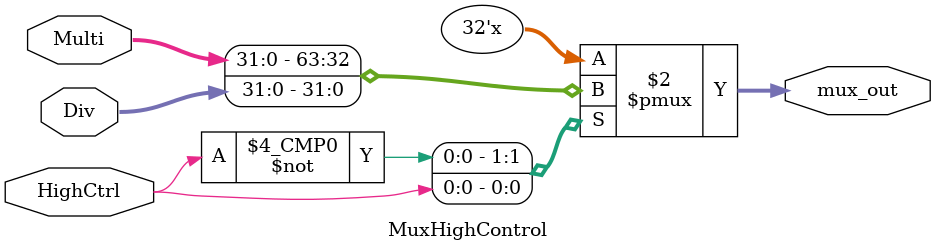
<source format=sv>
module MuxHighControl(HighCtrl, Multi, Div, mux_out);

input HighCtrl;
input [31:0] Multi;
input [31:0] Div;
output reg [31:0] mux_out;

always @ (HighCtrl)
begin

case(HighCtrl)
1'd0:mux_out <= Multi;
1'd1:mux_out <= Div;
endcase

end
endmodule

</source>
